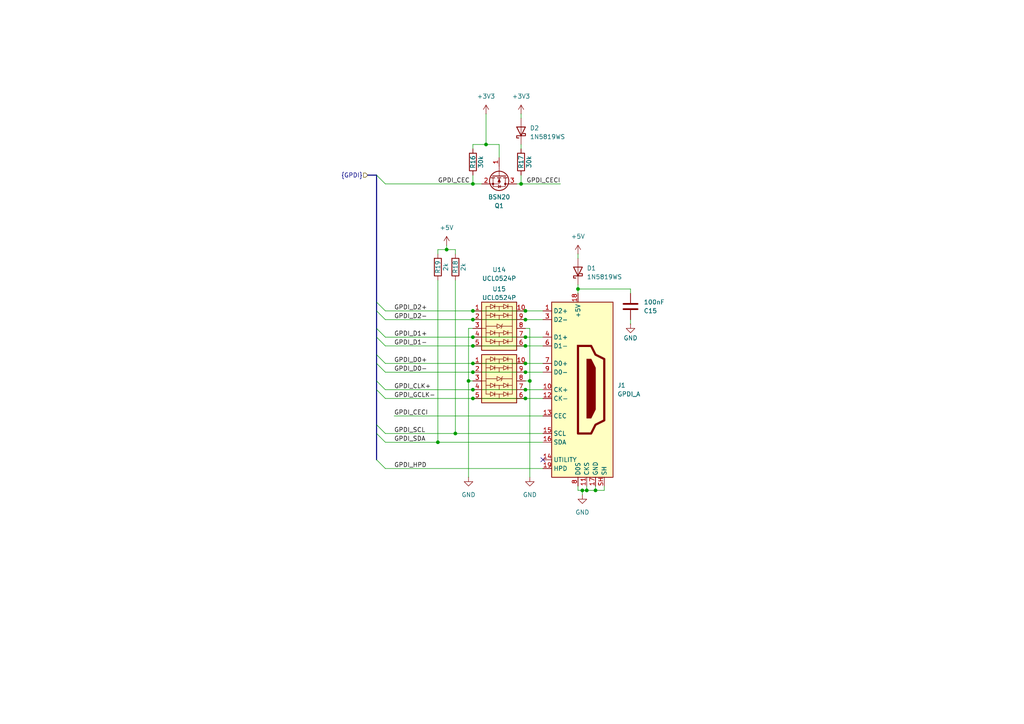
<source format=kicad_sch>
(kicad_sch (version 20250114) (generator "eeschema") (generator_version "9.0")
  (paper "A4")
  (title_block (title "Icepi CM0") (date "2025-11-03") (rev "v1.0") (company "Icy Electronics") (comment 1 "Chengyin Yao (cheyao)") (comment 2 "https://github.com/cheyao/icepi-cm0"))
  (lib_symbols
    (symbol "Device:C" (pin_numbers (hide yes)) (pin_names (offset 0.254))
      (property "Reference" "C" (at 0.635 2.54 0))
      (property "Value" "C" (at 0.635 -2.54 0))
      (symbol "C_0_1"
        (polyline (pts (xy -2.032 0.762) (xy 2.032 0.762)) (stroke (width 0.508)))
        (polyline (pts (xy -2.032 -0.762) (xy 2.032 -0.762)) (stroke (width 0.508)))
      )
      (symbol "C_1_1"
        (pin passive line (at 0 3.81 270) (length 2.794) (name "~") (number "1"))
        (pin passive line (at 0 -3.81 90) (length 2.794) (name "~") (number "2"))
      )
    )
    (symbol "Device:R" (pin_numbers (hide yes)) (pin_names (offset 0))
      (property "Reference" "R" (at 2.032 0 90))
      (property "Value" "R" (at 0 0 90))
      (symbol "R_0_1"
        (rectangle (start -1.016 -2.54) (end 1.016 2.54) (stroke (width 0.254)))
      )
      (symbol "R_1_1"
        (pin passive line (at 0 3.81 270) (length 1.27) (name "~") (number "1"))
        (pin passive line (at 0 -3.81 90) (length 1.27) (name "~") (number "2"))
      )
    )
    (symbol "Diode:1N5819WS" (pin_numbers (hide yes)) (pin_names (offset 1.016) (hide yes))
      (property "Reference" "D" (at 0 2.54 0))
      (property "Value" "1N5819WS" (at 0 -2.54 0))
      (symbol "1N5819WS_0_1"
        (polyline (pts (xy -1.905 0.635) (xy -1.905 1.27) (xy -1.27 1.27) (xy -1.27 -1.27) (xy -0.635 -1.27) (xy -0.635 -0.635)) (stroke (width 0.254)))
        (polyline (pts (xy 1.27 1.27) (xy 1.27 -1.27) (xy -1.27 0) (xy 1.27 1.27)) (stroke (width 0.254)))
        (polyline (pts (xy 1.27 0) (xy -1.27 0)))
      )
      (symbol "1N5819WS_1_1"
        (pin passive line (at -3.81 0 0) (length 2.54) (name "K") (number "1"))
        (pin passive line (at 3.81 0 180) (length 2.54) (name "A") (number "2"))
      )
    )
    (symbol "Transistor_FET:BSN20" (pin_names (offset 0) (hide yes))
      (property "Reference" "Q" (at 5.08 1.905 0))
      (property "Value" "BSN20" (at 5.08 0 0))
      (symbol "BSN20_0_1"
        (polyline (pts (xy 0.254 1.905) (xy 0.254 -1.905)) (stroke (width 0.254)))
        (polyline (pts (xy 0.254 0) (xy -2.54 0)))
        (polyline (pts (xy 0.762 2.286) (xy 0.762 1.27)) (stroke (width 0.254)))
        (polyline (pts (xy 0.762 0.508) (xy 0.762 -0.508)) (stroke (width 0.254)))
        (polyline (pts (xy 0.762 -1.27) (xy 0.762 -2.286)) (stroke (width 0.254)))
        (polyline (pts (xy 0.762 -1.778) (xy 3.302 -1.778) (xy 3.302 1.778) (xy 0.762 1.778)))
        (polyline (pts (xy 1.016 0) (xy 2.032 0.381) (xy 2.032 -0.381) (xy 1.016 0)) (fill (type outline)))
        (circle (center 1.651 0) (radius 2.794) (stroke (width 0.254)))
        (polyline (pts (xy 2.54 2.54) (xy 2.54 1.778)))
        (circle (center 2.54 1.778) (radius 0.254) (fill (type outline)))
        (circle (center 2.54 -1.778) (radius 0.254) (fill (type outline)))
        (polyline (pts (xy 2.54 -2.54) (xy 2.54 0) (xy 0.762 0)))
        (polyline (pts (xy 2.921 0.381) (xy 3.683 0.381)))
        (polyline (pts (xy 3.302 0.381) (xy 2.921 -0.254) (xy 3.683 -0.254) (xy 3.302 0.381)))
      )
      (symbol "BSN20_1_1"
        (pin input line (at -5.08 0 0) (length 2.54) (name "G") (number "1"))
        (pin passive line (at 2.54 5.08 270) (length 2.54) (name "D") (number "3"))
        (pin passive line (at 2.54 -5.08 90) (length 2.54) (name "S") (number "2"))
      )
    )
    (symbol "cm0:GPDI_A"
      (property "Reference" "J" (at -6.35 26.67 0))
      (property "Value" "GPDI_A" (at 7.112 26.67 0))
      (symbol "GPDI_A_0_1"
        (rectangle (start -7.62 25.4) (end 10.16 -25.4) (stroke (width 0.254)) (fill (type background)))
        (polyline (pts (xy 0 12.7) (xy 0 -12.7) (xy 3.81 -12.7) (xy 5.08 -10.16) (xy 7.62 -8.89) (xy 7.62 8.89) (xy 5.08 10.16) (xy 3.81 12.7) (xy 0 12.7)) (stroke (width 0.635)))
        (polyline (pts (xy 2.54 8.89) (xy 3.81 8.89) (xy 5.08 6.35) (xy 5.08 -5.715) (xy 3.81 -8.255) (xy 2.54 -8.255) (xy 2.54 8.89)) (fill (type outline)))
      )
      (symbol "GPDI_A_1_1"
        (pin passive line (at -10.16 22.86 0) (length 2.54) (name "D2+") (number "1"))
        (pin passive line (at -10.16 20.32 0) (length 2.54) (name "D2-") (number "3"))
        (pin passive line (at -10.16 15.24 0) (length 2.54) (name "D1+") (number "4"))
        (pin passive line (at -10.16 12.7 0) (length 2.54) (name "D1-") (number "6"))
        (pin passive line (at -10.16 7.62 0) (length 2.54) (name "D0+") (number "7"))
        (pin passive line (at -10.16 5.08 0) (length 2.54) (name "D0-") (number "9"))
        (pin passive line (at -10.16 0 0) (length 2.54) (name "CK+") (number "10"))
        (pin passive line (at -10.16 -2.54 0) (length 2.54) (name "CK-") (number "12"))
        (pin bidirectional line (at -10.16 -7.62 0) (length 2.54) (name "CEC") (number "13"))
        (pin passive line (at -10.16 -12.7 0) (length 2.54) (name "SCL") (number "15"))
        (pin bidirectional line (at -10.16 -15.24 0) (length 2.54) (name "SDA") (number "16"))
        (pin passive line (at -10.16 -20.32 0) (length 2.54) (name "UTILITY") (number "14"))
        (pin passive line (at -10.16 -22.86 0) (length 2.54) (name "HPD") (number "19"))
        (pin power_in line (at 0 27.94 270) (length 2.54) (name "+5V") (number "18"))
        (pin power_in line (at 0 -27.94 90) (length 2.54) (hide yes) (name "D2S") (number "2"))
        (pin power_in line (at 0 -27.94 90) (length 2.54) (hide yes) (name "D1S") (number "5"))
        (pin power_in line (at 0 -27.94 90) (length 2.54) (name "D0S") (number "8"))
        (pin power_in line (at 2.54 -27.94 90) (length 2.54) (name "CKS") (number "11"))
        (pin power_in line (at 5.08 -27.94 90) (length 2.54) (name "GND") (number "17"))
        (pin passive line (at 7.62 -27.94 90) (length 2.54) (name "SH") (number "SH"))
      )
    )
    (symbol "cm0:UCL0524P"
      (property "Reference" "U" (at 0 10.922 0))
      (property "Value" "UCL0524P" (at 0 8.89 0))
      (symbol "UCL0524P_0_1"
        (polyline (pts (xy -5.08 5.08) (xy 5.08 5.08) (xy 0 5.08)))
        (polyline (pts (xy -5.08 2.54) (xy 5.08 2.54) (xy 0 2.54)))
        (polyline (pts (xy -5.08 0) (xy -3.81 0)))
        (polyline (pts (xy -5.08 -2.54) (xy 5.08 -2.54) (xy 0 -2.54)))
        (polyline (pts (xy -5.08 -5.08) (xy 5.08 -5.08) (xy 0 -5.08)))
        (polyline (pts (xy -3.81 6.35) (xy -2.54 6.35)))
        (polyline (pts (xy -3.81 -1.27) (xy -2.54 -1.27)))
        (polyline (pts (xy -3.81 -3.81) (xy -3.81 6.35)))
        (polyline (pts (xy -2.54 5.715) (xy -2.54 6.985) (xy -1.27 6.35) (xy -2.54 5.715)))
        (polyline (pts (xy -2.54 3.81) (xy -3.81 3.81)))
        (polyline (pts (xy -2.54 3.175) (xy -2.54 4.445) (xy -1.27 3.81) (xy -2.54 3.175)))
        (polyline (pts (xy -2.54 -1.905) (xy -2.54 -0.635) (xy -1.27 -1.27) (xy -2.54 -1.905)))
        (polyline (pts (xy -2.54 -3.81) (xy -3.81 -3.81)))
        (polyline (pts (xy -2.54 -4.445) (xy -2.54 -3.175) (xy -1.27 -3.81) (xy -2.54 -4.445)))
        (polyline (pts (xy -1.27 6.985) (xy -1.27 5.715)))
        (polyline (pts (xy -1.27 6.35) (xy 1.27 6.35)))
        (polyline (pts (xy -1.27 4.445) (xy -1.27 3.175)))
        (polyline (pts (xy -1.27 3.81) (xy 1.27 3.81)))
        (polyline (pts (xy -1.27 -0.635) (xy -1.27 -1.905)))
        (polyline (pts (xy -1.27 -1.27) (xy 1.27 -1.27)))
        (polyline (pts (xy -1.27 -3.175) (xy -1.27 -4.445)))
        (polyline (pts (xy -1.27 -3.81) (xy 1.27 -3.81)))
        (polyline (pts (xy -0.635 0.635) (xy -3.81 0.635)))
        (polyline (pts (xy 0 5.08) (xy 0 6.35)))
        (polyline (pts (xy 0 2.54) (xy 0 3.81)))
        (polyline (pts (xy 0 -2.54) (xy 0 -1.27)))
        (polyline (pts (xy 0 -5.08) (xy 0 -3.81)))
        (polyline (pts (xy 0.127 0) (xy 0.127 0)))
        (polyline (pts (xy 0.635 0.635) (xy 3.81 0.635)))
        (polyline (pts (xy 1.016 1.27) (xy 0.762 1.016) (xy 0.762 0.254) (xy 0.508 0)))
        (polyline (pts (xy 1.27 5.715) (xy 1.27 6.985) (xy 2.54 6.35) (xy 1.27 5.715)))
        (polyline (pts (xy 1.27 3.175) (xy 1.27 4.445) (xy 2.54 3.81) (xy 1.27 3.175)))
        (polyline (pts (xy 1.27 -1.905) (xy 1.27 -0.635) (xy 2.54 -1.27) (xy 1.27 -1.905)))
        (polyline (pts (xy 1.27 -4.445) (xy 1.27 -3.175) (xy 2.54 -3.81) (xy 1.27 -4.445)))
        (polyline (pts (xy 2.54 6.985) (xy 2.54 5.715)))
        (polyline (pts (xy 2.54 6.35) (xy 3.81 6.35)))
        (polyline (pts (xy 2.54 4.445) (xy 2.54 3.175)))
        (polyline (pts (xy 2.54 -0.635) (xy 2.54 -1.905)))
        (polyline (pts (xy 2.54 -1.27) (xy 3.81 -1.27)))
        (polyline (pts (xy 2.54 -3.175) (xy 2.54 -4.445)))
        (polyline (pts (xy 2.54 -3.81) (xy 3.81 -3.81)))
        (polyline (pts (xy 3.81 3.81) (xy 2.54 3.81)))
        (polyline (pts (xy 3.81 -3.81) (xy 3.81 6.35)))
      )
      (symbol "UCL0524P_1_1"
        (rectangle (start -5.08 7.62) (end 5.08 -6.35) (stroke (width 0.254)) (fill (type background)))
        (polyline (pts (xy -0.635 1.27) (xy -0.635 0) (xy 0.635 0.635) (xy -0.635 1.27)))
        (pin passive line (at -7.62 5.08 0) (length 2.54) (name "~") (number "1"))
        (pin passive line (at -7.62 2.54 0) (length 2.54) (name "~") (number "2"))
        (pin passive line (at -7.62 0 0) (length 2.54) (name "") (number "3"))
        (pin passive line (at -7.62 -2.54 0) (length 2.54) (name "~") (number "4"))
        (pin passive line (at -7.62 -5.08 0) (length 2.54) (name "~") (number "5"))
        (pin passive line (at 7.62 5.08 180) (length 2.54) (name "~") (number "10"))
        (pin passive line (at 7.62 2.54 180) (length 2.54) (name "~") (number "9"))
        (pin passive line (at 7.62 0 180) (length 2.54) (name "") (number "8"))
        (pin passive line (at 7.62 -2.54 180) (length 2.54) (name "~") (number "7"))
        (pin passive line (at 7.62 -5.08 180) (length 2.54) (name "~") (number "6"))
      )
    )
    (symbol "power:+3V3" (power) (pin_numbers (hide yes)) (pin_names (offset 0) (hide yes))
      (property "Value" "+3V3" (at 0 3.556 0))
      (symbol "+3V3_0_1"
        (polyline (pts (xy -0.762 1.27) (xy 0 2.54)))
        (polyline (pts (xy 0 2.54) (xy 0.762 1.27)))
        (polyline (pts (xy 0 0) (xy 0 2.54)))
      )
      (symbol "+3V3_1_1"
        (pin power_in line (at 0 0 90) (length 0) (name "~") (number "1"))
      )
    )
    (symbol "power:+5V" (power) (pin_numbers (hide yes)) (pin_names (offset 0) (hide yes))
      (property "Value" "+5V" (at 0 3.556 0))
      (symbol "+5V_0_1"
        (polyline (pts (xy -0.762 1.27) (xy 0 2.54)))
        (polyline (pts (xy 0 2.54) (xy 0.762 1.27)))
        (polyline (pts (xy 0 0) (xy 0 2.54)))
      )
      (symbol "+5V_1_1"
        (pin power_in line (at 0 0 90) (length 0) (name "~") (number "1"))
      )
    )
    (symbol "power:GND" (power) (pin_numbers (hide yes)) (pin_names (offset 0) (hide yes))
      (property "Value" "GND" (at 0 -3.81 0))
      (symbol "GND_0_1"
        (polyline (pts (xy 0 0) (xy 0 -1.27) (xy 1.27 -1.27) (xy 0 -2.54) (xy -1.27 -1.27) (xy 0 -1.27)))
      )
      (symbol "GND_1_1"
        (pin power_in line (at 0 0 270) (length 0) (name "~") (number "1"))
      )
    )
  )
  (bus_alias "GPDI" (members "GPDI_D2+" "GPDI_D2-" "GPDI_D1+" "GPDI_D1-" "GPDI_D0+" "GPDI_D0-" "GPDI_CLK+" "GPDI_CLK-" "GPDI_CEC" "GPDI_SDA" "GPDI_SCL" "GPDI_HPD"))
  (junction (at 137.16 113.03))
  (junction (at 135.89 110.49))
  (junction (at 152.4 90.17))
  (junction (at 137.16 105.41))
  (junction (at 168.91 142.24))
  (junction (at 137.16 90.17))
  (junction (at 127 128.27))
  (junction (at 170.18 142.24))
  (junction (at 152.4 113.03))
  (junction (at 152.4 105.41))
  (junction (at 137.16 100.33))
  (junction (at 137.16 107.95))
  (junction (at 152.4 100.33))
  (junction (at 153.67 110.49))
  (junction (at 172.72 142.24))
  (junction (at 137.16 115.57))
  (junction (at 167.64 83.82))
  (junction (at 132.08 125.73))
  (junction (at 152.4 97.79))
  (junction (at 140.97 41.91))
  (junction (at 137.16 53.34))
  (junction (at 152.4 115.57))
  (junction (at 152.4 107.95))
  (junction (at 129.54 72.39))
  (junction (at 137.16 92.71))
  (junction (at 137.16 97.79))
  (junction (at 151.13 53.34))
  (junction (at 152.4 92.71))
  (no_connect (at 157.48 133.35))
  (bus_entry (at 111.76 135.89) (size -2.54 -2.54))
  (bus_entry (at 111.76 105.41) (size -2.54 -2.54))
  (bus_entry (at 111.76 53.34) (size -2.54 -2.54))
  (bus_entry (at 111.76 128.27) (size -2.54 -2.54))
  (bus_entry (at 111.76 100.33) (size -2.54 -2.54))
  (bus_entry (at 111.76 115.57) (size -2.54 -2.54))
  (bus_entry (at 111.76 113.03) (size -2.54 -2.54))
  (bus_entry (at 111.76 107.95) (size -2.54 -2.54))
  (bus_entry (at 111.76 90.17) (size -2.54 -2.54))
  (bus_entry (at 111.76 97.79) (size -2.54 -2.54))
  (bus_entry (at 111.76 92.71) (size -2.54 -2.54))
  (bus_entry (at 111.76 125.73) (size -2.54 -2.54))
  (bus (pts (xy 109.22 113.03) (xy 109.22 123.19)))
  (wire (pts (xy 135.89 110.49) (xy 137.16 110.49)))
  (wire (pts (xy 114.3 120.65) (xy 157.48 120.65)))
  (wire (pts (xy 144.78 41.91) (xy 144.78 45.72)))
  (wire (pts (xy 111.76 113.03) (xy 137.16 113.03)))
  (bus (pts (xy 109.22 102.87) (xy 109.22 105.41)))
  (wire (pts (xy 137.16 97.79) (xy 152.4 97.79)))
  (wire (pts (xy 129.54 72.39) (xy 132.08 72.39)))
  (wire (pts (xy 127 72.39) (xy 127 73.66)))
  (wire (pts (xy 111.76 107.95) (xy 137.16 107.95)))
  (wire (pts (xy 170.18 142.24) (xy 172.72 142.24)))
  (wire (pts (xy 129.54 72.39) (xy 127 72.39)))
  (wire (pts (xy 168.91 143.51) (xy 168.91 142.24)))
  (wire (pts (xy 140.97 33.02) (xy 140.97 41.91)))
  (wire (pts (xy 137.16 100.33) (xy 152.4 100.33)))
  (wire (pts (xy 149.86 53.34) (xy 151.13 53.34)))
  (wire (pts (xy 153.67 95.25) (xy 152.4 95.25)))
  (wire (pts (xy 172.72 142.24) (xy 172.72 140.97)))
  (wire (pts (xy 151.13 53.34) (xy 162.56 53.34)))
  (wire (pts (xy 135.89 110.49) (xy 135.89 95.25)))
  (wire (pts (xy 152.4 92.71) (xy 157.48 92.71)))
  (wire (pts (xy 170.18 140.97) (xy 170.18 142.24)))
  (wire (pts (xy 152.4 115.57) (xy 157.48 115.57)))
  (bus (pts (xy 109.22 87.63) (xy 109.22 50.8)))
  (wire (pts (xy 135.89 95.25) (xy 137.16 95.25)))
  (wire (pts (xy 137.16 107.95) (xy 152.4 107.95)))
  (wire (pts (xy 111.76 115.57) (xy 137.16 115.57)))
  (wire (pts (xy 167.64 73.66) (xy 167.64 74.93)))
  (wire (pts (xy 137.16 90.17) (xy 152.4 90.17)))
  (wire (pts (xy 132.08 72.39) (xy 132.08 73.66)))
  (wire (pts (xy 111.76 97.79) (xy 137.16 97.79)))
  (wire (pts (xy 168.91 142.24) (xy 170.18 142.24)))
  (wire (pts (xy 167.64 140.97) (xy 167.64 142.24)))
  (wire (pts (xy 152.4 100.33) (xy 157.48 100.33)))
  (wire (pts (xy 111.76 92.71) (xy 137.16 92.71)))
  (wire (pts (xy 111.76 135.89) (xy 157.48 135.89)))
  (wire (pts (xy 152.4 113.03) (xy 157.48 113.03)))
  (wire (pts (xy 167.64 83.82) (xy 167.64 85.09)))
  (bus (pts (xy 109.22 105.41) (xy 109.22 110.49)))
  (wire (pts (xy 151.13 33.02) (xy 151.13 34.29)))
  (wire (pts (xy 111.76 125.73) (xy 132.08 125.73)))
  (wire (pts (xy 127 128.27) (xy 157.48 128.27)))
  (wire (pts (xy 140.97 41.91) (xy 137.16 41.91)))
  (wire (pts (xy 152.4 90.17) (xy 157.48 90.17)))
  (wire (pts (xy 137.16 53.34) (xy 137.16 50.8)))
  (wire (pts (xy 167.64 83.82) (xy 182.88 83.82)))
  (wire (pts (xy 137.16 115.57) (xy 152.4 115.57)))
  (wire (pts (xy 182.88 83.82) (xy 182.88 85.09)))
  (wire (pts (xy 153.67 110.49) (xy 153.67 138.43)))
  (wire (pts (xy 140.97 41.91) (xy 144.78 41.91)))
  (wire (pts (xy 139.7 53.34) (xy 137.16 53.34)))
  (wire (pts (xy 132.08 81.28) (xy 132.08 125.73)))
  (bus (pts (xy 109.22 125.73) (xy 109.22 123.19)))
  (wire (pts (xy 151.13 41.91) (xy 151.13 43.18)))
  (bus (pts (xy 109.22 97.79) (xy 109.22 102.87)))
  (bus (pts (xy 109.22 90.17) (xy 109.22 95.25)))
  (wire (pts (xy 111.76 100.33) (xy 137.16 100.33)))
  (wire (pts (xy 127 81.28) (xy 127 128.27)))
  (wire (pts (xy 153.67 110.49) (xy 153.67 95.25)))
  (wire (pts (xy 152.4 105.41) (xy 157.48 105.41)))
  (wire (pts (xy 182.88 92.71) (xy 182.88 93.98)))
  (wire (pts (xy 135.89 138.43) (xy 135.89 110.49)))
  (wire (pts (xy 172.72 142.24) (xy 175.26 142.24)))
  (wire (pts (xy 152.4 107.95) (xy 157.48 107.95)))
  (wire (pts (xy 168.91 142.24) (xy 167.64 142.24)))
  (wire (pts (xy 111.76 53.34) (xy 137.16 53.34)))
  (wire (pts (xy 132.08 125.73) (xy 157.48 125.73)))
  (wire (pts (xy 137.16 113.03) (xy 152.4 113.03)))
  (wire (pts (xy 111.76 90.17) (xy 137.16 90.17)))
  (wire (pts (xy 152.4 97.79) (xy 157.48 97.79)))
  (wire (pts (xy 111.76 128.27) (xy 127 128.27)))
  (wire (pts (xy 111.76 105.41) (xy 137.16 105.41)))
  (bus (pts (xy 109.22 95.25) (xy 109.22 97.79)))
  (wire (pts (xy 175.26 142.24) (xy 175.26 140.97)))
  (wire (pts (xy 167.64 82.55) (xy 167.64 83.82)))
  (wire (pts (xy 152.4 110.49) (xy 153.67 110.49)))
  (wire (pts (xy 129.54 71.12) (xy 129.54 72.39)))
  (bus (pts (xy 109.22 90.17) (xy 109.22 87.63)))
  (bus (pts (xy 109.22 125.73) (xy 109.22 133.35)))
  (wire (pts (xy 137.16 92.71) (xy 152.4 92.71)))
  (bus (pts (xy 109.22 110.49) (xy 109.22 113.03)))
  (bus (pts (xy 109.22 50.8) (xy 106.68 50.8)))
  (wire (pts (xy 137.16 41.91) (xy 137.16 43.18)))
  (wire (pts (xy 137.16 105.41) (xy 152.4 105.41)))
  (wire (pts (xy 151.13 50.8) (xy 151.13 53.34)))
  (label "GPDI_CLK+" (at 114.3 113.03 0))
  (label "GPDI_CECI" (at 114.3 120.65 0))
  (label "GPDI_D2-" (at 114.3 92.71 0))
  (label "GPDI_SCL" (at 114.3 125.73 0))
  (label "GPDI_D1-" (at 114.3 100.33 0))
  (label "GPDI_CECI" (at 162.56 53.34 180))
  (label "GPDI_CEC" (at 127 53.34 0))
  (label "GPDI_D1+" (at 114.3 97.79 0))
  (label "GPDI_HPD" (at 114.3 135.89 0))
  (label "GPDI_GCLK-" (at 114.3 115.57 0))
  (label "GPDI_D2+" (at 114.3 90.17 0))
  (label "GPDI_D0-" (at 114.3 107.95 0))
  (label "GPDI_SDA" (at 114.3 128.27 0))
  (label "GPDI_D0+" (at 114.3 105.41 0))
  (hierarchical_label "{GPDI}" (shape input) (at 106.68 50.8 180))
  (symbol (lib_id "Diode:1N5819WS") (at 151.13 38.1 90) (unit 1)
    (property "Reference" "D2" (at 153.67 37.1474 90) (effects (justify right)))
    (property "Value" "1N5819WS" (at 153.67 39.6874 90) (effects (justify right)))
    (property "Footprint" "Diode_SMD:D_SOD-323" (effects (hide yes)))
    (property "Datasheet" "https://datasheet.lcsc.com/lcsc/2204281430_Guangdong-Hottech-1N5819WS_C191023.pdf" (effects (hide yes)))
    (property "Description" "40V 600mV@1A 1A SOD-323 Schottky Barrier Diodes, SOD-323" (effects (hide yes)))
    (property "LCSC Part #" "C191023" (effects (hide yes)))
  )
  (symbol (lib_id "Device:R") (at 127 77.47 0) (mirror x) (unit 1)
    (property "Reference" "R19" (at 127 77.47 90))
    (property "Value" "2k" (at 129.286 77.47 90))
    (property "Footprint" "Resistor_SMD:R_0402_1005Metric" (effects (hide yes)))
    (property "Description" "Resistor" (effects (hide yes)))
    (property "LCSC Part #" "C4109" (effects (hide yes)))
  )
  (symbol (lib_id "cm0:UCL0524P") (at 144.78 95.25 0) (unit 1)
    (property "Reference" "U14" (at 144.78 78.232 0))
    (property "Value" "UCL0524P" (at 144.78 80.772 0))
    (property "Footprint" "Package_DFN_QFN:Diodes_UDFN-10_1.0x2.5mm_P0.5mm" (effects (hide yes)))
    (property "Datasheet" "https://www.lcsc.com/datasheet/C2835428.pdf" (effects (hide yes)))
    (property "Description" "13V 70W@8/20us 7.5V Unidirectional 5V DFN2510-10 TVS Diode" (effects (hide yes)))
    (property "LCSC Part #" "C2835428" (effects (hide yes)))
  )
  (symbol (lib_id "Device:C") (at 182.88 88.9 0) (mirror x) (unit 1)
    (property "Reference" "C15" (at 186.69 90.1701 0) (effects (justify left)))
    (property "Value" "100nF" (at 186.69 87.6301 0) (effects (justify left)))
    (property "Footprint" "Capacitor_SMD:C_0402_1005Metric" (effects (hide yes)))
    (property "Description" "Unpolarized capacitor" (effects (hide yes)))
    (property "LCSC Part #" "C1525" (effects (hide yes)))
  )
  (symbol (lib_id "Device:R") (at 151.13 46.99 0) (unit 1)
    (property "Reference" "R17" (at 151.13 46.99 90))
    (property "Value" "30k" (at 153.416 46.99 90))
    (property "Footprint" "Resistor_SMD:R_0603_1608Metric" (effects (hide yes)))
    (property "Description" "Resistor" (effects (hide yes)))
    (property "LCSC Part #" "C22984" (effects (hide yes)))
  )
  (symbol (lib_id "Transistor_FET:BSN20") (at 144.78 50.8 270) (unit 1)
    (property "Reference" "Q1" (at 144.78 59.69 90))
    (property "Value" "BSN20" (at 144.78 57.15 90))
    (property "Footprint" "Package_TO_SOT_SMD:SOT-23" (effects (hide yes)))
    (property "Datasheet" "http://www.diodes.com/assets/Datasheets/ds31898.pdf" (effects (hide yes)))
    (property "Description" "0.5A Id, 50V Vds, N-Channel MOSFET, SOT-23" (effects (hide yes)))
    (property "LCSC Part #" "C116157" (effects (hide yes)))
  )
  (symbol (lib_id "power:GND") (at 153.67 138.43 0) (unit 1)
    (property "Reference" "#PWR070" (effects (hide yes)))
    (property "Value" "GND" (at 153.67 143.51 0))
    (property "Description" "Power symbol creates a global label with name \"GND\" , ground" (effects (hide yes)))
  )
  (symbol (lib_id "power:GND") (at 135.89 138.43 0) (unit 1)
    (property "Reference" "#PWR071" (effects (hide yes)))
    (property "Value" "GND" (at 135.89 143.51 0))
    (property "Description" "Power symbol creates a global label with name \"GND\" , ground" (effects (hide yes)))
  )
  (symbol (lib_id "power:+3V3") (at 151.13 33.02 0) (unit 1)
    (property "Reference" "#PWR032" (effects (hide yes)))
    (property "Value" "+3V3" (at 151.13 27.94 0))
    (property "Description" "Power symbol creates a global label with name \"+3V3\"" (effects (hide yes)))
  )
  (symbol (lib_id "power:GND") (at 182.88 93.98 0) (mirror y) (unit 1)
    (property "Reference" "#PWR030" (effects (hide yes)))
    (property "Value" "GND" (at 182.88 98.044 0))
    (property "Description" "Power symbol creates a global label with name \"GND\" , ground" (effects (hide yes)))
  )
  (symbol (lib_id "power:GND") (at 168.91 143.51 0) (unit 1)
    (property "Reference" "#PWR029" (effects (hide yes)))
    (property "Value" "GND" (at 168.91 148.59 0))
    (property "Description" "Power symbol creates a global label with name \"GND\" , ground" (effects (hide yes)))
  )
  (symbol (lib_id "Device:R") (at 132.08 77.47 0) (mirror x) (unit 1)
    (property "Reference" "R18" (at 132.08 77.47 90))
    (property "Value" "2k" (at 134.366 77.47 90))
    (property "Footprint" "Resistor_SMD:R_0402_1005Metric" (effects (hide yes)))
    (property "Description" "Resistor" (effects (hide yes)))
    (property "LCSC Part #" "C4109" (effects (hide yes)))
  )
  (symbol (lib_id "Diode:1N5819WS") (at 167.64 78.74 90) (unit 1)
    (property "Reference" "D1" (at 170.18 77.7874 90) (effects (justify right)))
    (property "Value" "1N5819WS" (at 170.18 80.3274 90) (effects (justify right)))
    (property "Footprint" "Diode_SMD:D_SOD-323" (effects (hide yes)))
    (property "Datasheet" "https://datasheet.lcsc.com/lcsc/2204281430_Guangdong-Hottech-1N5819WS_C191023.pdf" (effects (hide yes)))
    (property "Description" "40V 600mV@1A 1A SOD-323 Schottky Barrier Diodes, SOD-323" (effects (hide yes)))
    (property "LCSC Part #" "C191023" (effects (hide yes)))
  )
  (symbol (lib_id "power:+3V3") (at 140.97 33.02 0) (unit 1)
    (property "Reference" "#PWR031" (effects (hide yes)))
    (property "Value" "+3V3" (at 140.97 27.94 0))
    (property "Description" "Power symbol creates a global label with name \"+3V3\"" (effects (hide yes)))
  )
  (symbol (lib_id "cm0:UCL0524P") (at 144.78 110.49 0) (unit 1)
    (property "Reference" "U15" (at 144.78 83.82 0))
    (property "Value" "UCL0524P" (at 144.78 86.36 0))
    (property "Footprint" "Package_DFN_QFN:Diodes_UDFN-10_1.0x2.5mm_P0.5mm" (effects (hide yes)))
    (property "Datasheet" "https://www.lcsc.com/datasheet/C2835428.pdf" (effects (hide yes)))
    (property "Description" "13V 70W@8/20us 7.5V Unidirectional 5V DFN2510-10 TVS Diode" (effects (hide yes)))
    (property "LCSC Part #" "C2835428" (effects (hide yes)))
  )
  (symbol (lib_id "cm0:GPDI_A") (at 167.64 113.03 0) (unit 1)
    (property "Reference" "J1" (at 179.07 111.7599 0) (effects (justify left)))
    (property "Value" "GPDI_A" (at 179.07 114.2999 0) (effects (justify left)))
    (property "Footprint" "cm0:GPDI_A_XUNPU_001S" (effects (hide yes)))
    (property "Description" "GPDI type A connector" (effects (hide yes)))
    (property "LCSC Part #" "C720616" (effects (hide yes)))
  )
  (symbol (lib_id "power:+5V") (at 167.64 73.66 0) (unit 1)
    (property "Reference" "#PWR028" (effects (hide yes)))
    (property "Value" "+5V" (at 167.64 68.58 0))
    (property "Description" "Power symbol creates a global label with name \"+5V\"" (effects (hide yes)))
  )
  (symbol (lib_id "power:+5V") (at 129.54 71.12 0) (unit 1)
    (property "Reference" "#PWR033" (effects (hide yes)))
    (property "Value" "+5V" (at 129.54 66.04 0))
    (property "Description" "Power symbol creates a global label with name \"+5V\"" (effects (hide yes)))
  )
  (symbol (lib_id "Device:R") (at 137.16 46.99 0) (unit 1)
    (property "Reference" "R16" (at 137.16 46.99 90))
    (property "Value" "30k" (at 139.446 46.99 90))
    (property "Footprint" "Resistor_SMD:R_0603_1608Metric" (effects (hide yes)))
    (property "Description" "Resistor" (effects (hide yes)))
    (property "LCSC Part #" "C22984" (effects (hide yes)))
  )
)
</source>
